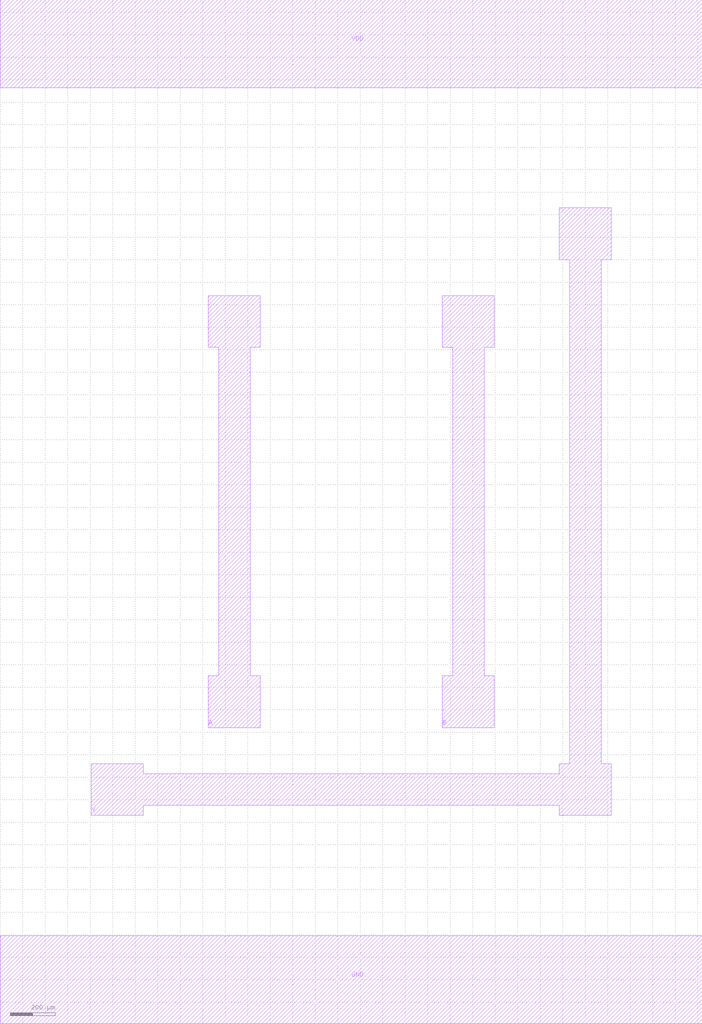
<source format=lef>
MACRO NOR2X1
 CLASS CORE ;
 ORIGIN 0 0 ;
 FOREIGN NOR2X1 0 0 ;
 SITE CORE ;
 SYMMETRY X Y R90 ;
  PIN VDD
   DIRECTION INOUT ;
   USE SIGNAL ;
   SHAPE ABUTMENT ;
    PORT
     CLASS CORE ;
       LAYER metal2 ;
        RECT 0.00000000 3965.00000000 3120.00000000 4355.00000000 ;
    END
  END VDD

  PIN GND
   DIRECTION INOUT ;
   USE SIGNAL ;
   SHAPE ABUTMENT ;
    PORT
     CLASS CORE ;
       LAYER metal2 ;
        RECT 0.00000000 -195.00000000 3120.00000000 195.00000000 ;
    END
  END GND

  PIN Y
   DIRECTION INOUT ;
   USE SIGNAL ;
   SHAPE ABUTMENT ;
    PORT
     CLASS CORE ;
       LAYER metal2 ;
        POLYGON 405.00000000 730.00000000 405.00000000 960.00000000 635.00000000 960.00000000 635.00000000 915.00000000 2485.00000000 915.00000000 2485.00000000 960.00000000 2530.00000000 960.00000000 2530.00000000 3200.00000000 2485.00000000 3200.00000000 2485.00000000 3430.00000000 2715.00000000 3430.00000000 2715.00000000 3200.00000000 2670.00000000 3200.00000000 2670.00000000 960.00000000 2715.00000000 960.00000000 2715.00000000 730.00000000 2485.00000000 730.00000000 2485.00000000 775.00000000 635.00000000 775.00000000 635.00000000 730.00000000 ;
    END
  END Y

  PIN B
   DIRECTION INOUT ;
   USE SIGNAL ;
   SHAPE ABUTMENT ;
    PORT
     CLASS CORE ;
       LAYER metal2 ;
        POLYGON 1965.00000000 1120.00000000 1965.00000000 1350.00000000 2010.00000000 1350.00000000 2010.00000000 2810.00000000 1965.00000000 2810.00000000 1965.00000000 3040.00000000 2195.00000000 3040.00000000 2195.00000000 2810.00000000 2150.00000000 2810.00000000 2150.00000000 1350.00000000 2195.00000000 1350.00000000 2195.00000000 1120.00000000 ;
    END
  END B

  PIN A
   DIRECTION INOUT ;
   USE SIGNAL ;
   SHAPE ABUTMENT ;
    PORT
     CLASS CORE ;
       LAYER metal2 ;
        POLYGON 925.00000000 1120.00000000 925.00000000 1350.00000000 970.00000000 1350.00000000 970.00000000 2810.00000000 925.00000000 2810.00000000 925.00000000 3040.00000000 1155.00000000 3040.00000000 1155.00000000 2810.00000000 1110.00000000 2810.00000000 1110.00000000 1350.00000000 1155.00000000 1350.00000000 1155.00000000 1120.00000000 ;
    END
  END A


END NOR2X1

</source>
